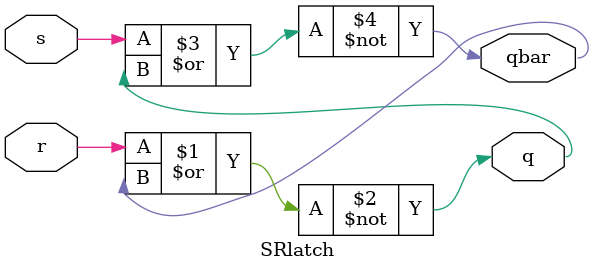
<source format=v>
`timescale 1ns / 1ps
module SRlatch(q, qbar, r, s);
		output q, qbar;
		input r, s;
		
		nor(q, r, qbar);
		nor(qbar, s, q);

endmodule

</source>
